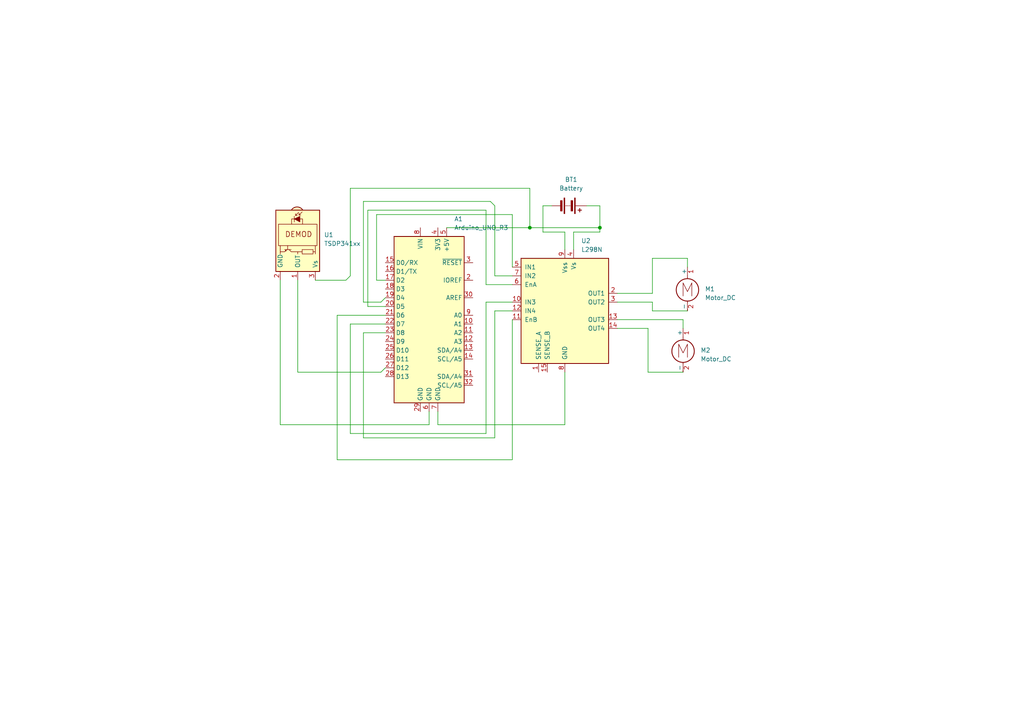
<source format=kicad_sch>
(kicad_sch
	(version 20231120)
	(generator "eeschema")
	(generator_version "8.0")
	(uuid "961c1024-bbbc-4ce5-8981-b411bb9bfe33")
	(paper "A4")
	(lib_symbols
		(symbol "Device:Battery"
			(pin_numbers hide)
			(pin_names
				(offset 0) hide)
			(exclude_from_sim no)
			(in_bom yes)
			(on_board yes)
			(property "Reference" "BT"
				(at 2.54 2.54 0)
				(effects
					(font
						(size 1.27 1.27)
					)
					(justify left)
				)
			)
			(property "Value" "Battery"
				(at 2.54 0 0)
				(effects
					(font
						(size 1.27 1.27)
					)
					(justify left)
				)
			)
			(property "Footprint" ""
				(at 0 1.524 90)
				(effects
					(font
						(size 1.27 1.27)
					)
					(hide yes)
				)
			)
			(property "Datasheet" "~"
				(at 0 1.524 90)
				(effects
					(font
						(size 1.27 1.27)
					)
					(hide yes)
				)
			)
			(property "Description" "Multiple-cell battery"
				(at 0 0 0)
				(effects
					(font
						(size 1.27 1.27)
					)
					(hide yes)
				)
			)
			(property "ki_keywords" "batt voltage-source cell"
				(at 0 0 0)
				(effects
					(font
						(size 1.27 1.27)
					)
					(hide yes)
				)
			)
			(symbol "Battery_0_1"
				(rectangle
					(start -2.286 -1.27)
					(end 2.286 -1.524)
					(stroke
						(width 0)
						(type default)
					)
					(fill
						(type outline)
					)
				)
				(rectangle
					(start -2.286 1.778)
					(end 2.286 1.524)
					(stroke
						(width 0)
						(type default)
					)
					(fill
						(type outline)
					)
				)
				(rectangle
					(start -1.524 -2.032)
					(end 1.524 -2.54)
					(stroke
						(width 0)
						(type default)
					)
					(fill
						(type outline)
					)
				)
				(rectangle
					(start -1.524 1.016)
					(end 1.524 0.508)
					(stroke
						(width 0)
						(type default)
					)
					(fill
						(type outline)
					)
				)
				(polyline
					(pts
						(xy 0 -1.016) (xy 0 -0.762)
					)
					(stroke
						(width 0)
						(type default)
					)
					(fill
						(type none)
					)
				)
				(polyline
					(pts
						(xy 0 -0.508) (xy 0 -0.254)
					)
					(stroke
						(width 0)
						(type default)
					)
					(fill
						(type none)
					)
				)
				(polyline
					(pts
						(xy 0 0) (xy 0 0.254)
					)
					(stroke
						(width 0)
						(type default)
					)
					(fill
						(type none)
					)
				)
				(polyline
					(pts
						(xy 0 1.778) (xy 0 2.54)
					)
					(stroke
						(width 0)
						(type default)
					)
					(fill
						(type none)
					)
				)
				(polyline
					(pts
						(xy 0.762 3.048) (xy 1.778 3.048)
					)
					(stroke
						(width 0.254)
						(type default)
					)
					(fill
						(type none)
					)
				)
				(polyline
					(pts
						(xy 1.27 3.556) (xy 1.27 2.54)
					)
					(stroke
						(width 0.254)
						(type default)
					)
					(fill
						(type none)
					)
				)
			)
			(symbol "Battery_1_1"
				(pin passive line
					(at 0 5.08 270)
					(length 2.54)
					(name "+"
						(effects
							(font
								(size 1.27 1.27)
							)
						)
					)
					(number "1"
						(effects
							(font
								(size 1.27 1.27)
							)
						)
					)
				)
				(pin passive line
					(at 0 -5.08 90)
					(length 2.54)
					(name "-"
						(effects
							(font
								(size 1.27 1.27)
							)
						)
					)
					(number "2"
						(effects
							(font
								(size 1.27 1.27)
							)
						)
					)
				)
			)
		)
		(symbol "Driver_Motor:L298N"
			(pin_names
				(offset 1.016)
			)
			(exclude_from_sim no)
			(in_bom yes)
			(on_board yes)
			(property "Reference" "U"
				(at -10.16 16.51 0)
				(effects
					(font
						(size 1.27 1.27)
					)
					(justify right)
				)
			)
			(property "Value" "L298N"
				(at 12.7 16.51 0)
				(effects
					(font
						(size 1.27 1.27)
					)
					(justify right)
				)
			)
			(property "Footprint" "Package_TO_SOT_THT:TO-220-15_P2.54x2.54mm_StaggerOdd_Lead4.58mm_Vertical"
				(at 1.27 -16.51 0)
				(effects
					(font
						(size 1.27 1.27)
					)
					(justify left)
					(hide yes)
				)
			)
			(property "Datasheet" "http://www.st.com/st-web-ui/static/active/en/resource/technical/document/datasheet/CD00000240.pdf"
				(at 3.81 6.35 0)
				(effects
					(font
						(size 1.27 1.27)
					)
					(hide yes)
				)
			)
			(property "Description" "Dual full bridge motor driver, up to 46V, 4A, Multiwatt15-V"
				(at 0 0 0)
				(effects
					(font
						(size 1.27 1.27)
					)
					(hide yes)
				)
			)
			(property "ki_keywords" "H-bridge motor driver"
				(at 0 0 0)
				(effects
					(font
						(size 1.27 1.27)
					)
					(hide yes)
				)
			)
			(property "ki_fp_filters" "TO?220*StaggerOdd*Vertical*"
				(at 0 0 0)
				(effects
					(font
						(size 1.27 1.27)
					)
					(hide yes)
				)
			)
			(symbol "L298N_0_1"
				(rectangle
					(start -12.7 15.24)
					(end 12.7 -15.24)
					(stroke
						(width 0.254)
						(type default)
					)
					(fill
						(type background)
					)
				)
			)
			(symbol "L298N_1_1"
				(pin power_in line
					(at -7.62 -17.78 90)
					(length 2.54)
					(name "SENSE_A"
						(effects
							(font
								(size 1.27 1.27)
							)
						)
					)
					(number "1"
						(effects
							(font
								(size 1.27 1.27)
							)
						)
					)
				)
				(pin input line
					(at -15.24 2.54 0)
					(length 2.54)
					(name "IN3"
						(effects
							(font
								(size 1.27 1.27)
							)
						)
					)
					(number "10"
						(effects
							(font
								(size 1.27 1.27)
							)
						)
					)
				)
				(pin input line
					(at -15.24 -2.54 0)
					(length 2.54)
					(name "EnB"
						(effects
							(font
								(size 1.27 1.27)
							)
						)
					)
					(number "11"
						(effects
							(font
								(size 1.27 1.27)
							)
						)
					)
				)
				(pin input line
					(at -15.24 0 0)
					(length 2.54)
					(name "IN4"
						(effects
							(font
								(size 1.27 1.27)
							)
						)
					)
					(number "12"
						(effects
							(font
								(size 1.27 1.27)
							)
						)
					)
				)
				(pin output line
					(at 15.24 -2.54 180)
					(length 2.54)
					(name "OUT3"
						(effects
							(font
								(size 1.27 1.27)
							)
						)
					)
					(number "13"
						(effects
							(font
								(size 1.27 1.27)
							)
						)
					)
				)
				(pin output line
					(at 15.24 -5.08 180)
					(length 2.54)
					(name "OUT4"
						(effects
							(font
								(size 1.27 1.27)
							)
						)
					)
					(number "14"
						(effects
							(font
								(size 1.27 1.27)
							)
						)
					)
				)
				(pin power_in line
					(at -5.08 -17.78 90)
					(length 2.54)
					(name "SENSE_B"
						(effects
							(font
								(size 1.27 1.27)
							)
						)
					)
					(number "15"
						(effects
							(font
								(size 1.27 1.27)
							)
						)
					)
				)
				(pin output line
					(at 15.24 5.08 180)
					(length 2.54)
					(name "OUT1"
						(effects
							(font
								(size 1.27 1.27)
							)
						)
					)
					(number "2"
						(effects
							(font
								(size 1.27 1.27)
							)
						)
					)
				)
				(pin output line
					(at 15.24 2.54 180)
					(length 2.54)
					(name "OUT2"
						(effects
							(font
								(size 1.27 1.27)
							)
						)
					)
					(number "3"
						(effects
							(font
								(size 1.27 1.27)
							)
						)
					)
				)
				(pin power_in line
					(at 2.54 17.78 270)
					(length 2.54)
					(name "Vs"
						(effects
							(font
								(size 1.27 1.27)
							)
						)
					)
					(number "4"
						(effects
							(font
								(size 1.27 1.27)
							)
						)
					)
				)
				(pin input line
					(at -15.24 12.7 0)
					(length 2.54)
					(name "IN1"
						(effects
							(font
								(size 1.27 1.27)
							)
						)
					)
					(number "5"
						(effects
							(font
								(size 1.27 1.27)
							)
						)
					)
				)
				(pin input line
					(at -15.24 7.62 0)
					(length 2.54)
					(name "EnA"
						(effects
							(font
								(size 1.27 1.27)
							)
						)
					)
					(number "6"
						(effects
							(font
								(size 1.27 1.27)
							)
						)
					)
				)
				(pin input line
					(at -15.24 10.16 0)
					(length 2.54)
					(name "IN2"
						(effects
							(font
								(size 1.27 1.27)
							)
						)
					)
					(number "7"
						(effects
							(font
								(size 1.27 1.27)
							)
						)
					)
				)
				(pin power_in line
					(at 0 -17.78 90)
					(length 2.54)
					(name "GND"
						(effects
							(font
								(size 1.27 1.27)
							)
						)
					)
					(number "8"
						(effects
							(font
								(size 1.27 1.27)
							)
						)
					)
				)
				(pin power_in line
					(at 0 17.78 270)
					(length 2.54)
					(name "Vss"
						(effects
							(font
								(size 1.27 1.27)
							)
						)
					)
					(number "9"
						(effects
							(font
								(size 1.27 1.27)
							)
						)
					)
				)
			)
		)
		(symbol "Interface_Optical:TSDP341xx"
			(pin_names
				(offset 1.016)
			)
			(exclude_from_sim no)
			(in_bom yes)
			(on_board yes)
			(property "Reference" "U"
				(at -10.16 7.62 0)
				(effects
					(font
						(size 1.27 1.27)
					)
					(justify left)
				)
			)
			(property "Value" "TSDP341xx"
				(at -10.16 -7.62 0)
				(effects
					(font
						(size 1.27 1.27)
					)
					(justify left)
				)
			)
			(property "Footprint" "OptoDevice:Vishay_MOLD-3Pin"
				(at -1.27 -9.525 0)
				(effects
					(font
						(size 1.27 1.27)
					)
					(hide yes)
				)
			)
			(property "Datasheet" "http://www.vishay.com/docs/82667/tsdp341.pdf"
				(at 16.51 7.62 0)
				(effects
					(font
						(size 1.27 1.27)
					)
					(hide yes)
				)
			)
			(property "Description" "IR Receiver Modules for Data Transmission"
				(at 0 0 0)
				(effects
					(font
						(size 1.27 1.27)
					)
					(hide yes)
				)
			)
			(property "ki_keywords" "opto IR receiver"
				(at 0 0 0)
				(effects
					(font
						(size 1.27 1.27)
					)
					(hide yes)
				)
			)
			(property "ki_fp_filters" "Vishay*MOLD*"
				(at 0 0 0)
				(effects
					(font
						(size 1.27 1.27)
					)
					(hide yes)
				)
			)
			(symbol "TSDP341xx_0_0"
				(arc
					(start -10.287 1.397)
					(mid -11.0899 -0.1852)
					(end -10.287 -1.778)
					(stroke
						(width 0.254)
						(type default)
					)
					(fill
						(type background)
					)
				)
				(polyline
					(pts
						(xy 1.905 -5.08) (xy 0.127 -5.08)
					)
					(stroke
						(width 0)
						(type default)
					)
					(fill
						(type none)
					)
				)
				(polyline
					(pts
						(xy 1.905 5.08) (xy 0.127 5.08)
					)
					(stroke
						(width 0)
						(type default)
					)
					(fill
						(type none)
					)
				)
				(text "DEMOD"
					(at -3.175 0.254 900)
					(effects
						(font
							(size 1.524 1.524)
						)
					)
				)
			)
			(symbol "TSDP341xx_0_1"
				(rectangle
					(start -6.096 5.588)
					(end 0.127 -5.588)
					(stroke
						(width 0)
						(type default)
					)
					(fill
						(type none)
					)
				)
				(polyline
					(pts
						(xy -8.763 0.381) (xy -9.652 1.27)
					)
					(stroke
						(width 0)
						(type default)
					)
					(fill
						(type none)
					)
				)
				(polyline
					(pts
						(xy -8.763 0.381) (xy -9.271 0.381)
					)
					(stroke
						(width 0)
						(type default)
					)
					(fill
						(type none)
					)
				)
				(polyline
					(pts
						(xy -8.763 0.381) (xy -8.763 0.889)
					)
					(stroke
						(width 0)
						(type default)
					)
					(fill
						(type none)
					)
				)
				(polyline
					(pts
						(xy -8.636 -0.635) (xy -9.525 0.254)
					)
					(stroke
						(width 0)
						(type default)
					)
					(fill
						(type none)
					)
				)
				(polyline
					(pts
						(xy -8.636 -0.635) (xy -9.144 -0.635)
					)
					(stroke
						(width 0)
						(type default)
					)
					(fill
						(type none)
					)
				)
				(polyline
					(pts
						(xy -8.636 -0.635) (xy -8.636 -0.127)
					)
					(stroke
						(width 0)
						(type default)
					)
					(fill
						(type none)
					)
				)
				(polyline
					(pts
						(xy -8.382 -1.016) (xy -6.731 -1.016)
					)
					(stroke
						(width 0)
						(type default)
					)
					(fill
						(type none)
					)
				)
				(polyline
					(pts
						(xy 1.27 -2.921) (xy 0.127 -2.921)
					)
					(stroke
						(width 0)
						(type default)
					)
					(fill
						(type none)
					)
				)
				(polyline
					(pts
						(xy 1.27 -1.905) (xy 1.27 -3.81)
					)
					(stroke
						(width 0)
						(type default)
					)
					(fill
						(type none)
					)
				)
				(polyline
					(pts
						(xy 1.397 -3.556) (xy 1.524 -3.556)
					)
					(stroke
						(width 0)
						(type default)
					)
					(fill
						(type none)
					)
				)
				(polyline
					(pts
						(xy 1.651 -3.556) (xy 1.524 -3.556)
					)
					(stroke
						(width 0)
						(type default)
					)
					(fill
						(type none)
					)
				)
				(polyline
					(pts
						(xy 1.651 -3.556) (xy 1.651 -3.302)
					)
					(stroke
						(width 0)
						(type default)
					)
					(fill
						(type none)
					)
				)
				(polyline
					(pts
						(xy 1.905 0) (xy 1.905 1.27)
					)
					(stroke
						(width 0)
						(type default)
					)
					(fill
						(type none)
					)
				)
				(polyline
					(pts
						(xy 1.905 4.445) (xy 1.905 5.08) (xy 2.54 5.08)
					)
					(stroke
						(width 0)
						(type default)
					)
					(fill
						(type none)
					)
				)
				(polyline
					(pts
						(xy -8.382 0.635) (xy -6.731 0.635) (xy -7.62 -1.016) (xy -8.382 0.635)
					)
					(stroke
						(width 0)
						(type default)
					)
					(fill
						(type outline)
					)
				)
				(polyline
					(pts
						(xy -6.096 1.397) (xy -7.62 1.397) (xy -7.62 -1.778) (xy -6.096 -1.778)
					)
					(stroke
						(width 0)
						(type default)
					)
					(fill
						(type none)
					)
				)
				(polyline
					(pts
						(xy 1.27 -3.175) (xy 1.905 -3.81) (xy 1.905 -5.08) (xy 2.54 -5.08)
					)
					(stroke
						(width 0)
						(type default)
					)
					(fill
						(type none)
					)
				)
				(polyline
					(pts
						(xy 1.27 -2.54) (xy 1.905 -1.905) (xy 1.905 0) (xy 2.54 0)
					)
					(stroke
						(width 0)
						(type default)
					)
					(fill
						(type none)
					)
				)
				(rectangle
					(start 2.54 1.27)
					(end 1.27 4.445)
					(stroke
						(width 0)
						(type default)
					)
					(fill
						(type none)
					)
				)
				(rectangle
					(start 7.62 6.35)
					(end -10.16 -6.35)
					(stroke
						(width 0.254)
						(type default)
					)
					(fill
						(type background)
					)
				)
			)
			(symbol "TSDP341xx_1_1"
				(pin output line
					(at 10.16 0 180)
					(length 2.54)
					(name "OUT"
						(effects
							(font
								(size 1.27 1.27)
							)
						)
					)
					(number "1"
						(effects
							(font
								(size 1.27 1.27)
							)
						)
					)
				)
				(pin power_in line
					(at 10.16 -5.08 180)
					(length 2.54)
					(name "GND"
						(effects
							(font
								(size 1.27 1.27)
							)
						)
					)
					(number "2"
						(effects
							(font
								(size 1.27 1.27)
							)
						)
					)
				)
				(pin power_in line
					(at 10.16 5.08 180)
					(length 2.54)
					(name "Vs"
						(effects
							(font
								(size 1.27 1.27)
							)
						)
					)
					(number "3"
						(effects
							(font
								(size 1.27 1.27)
							)
						)
					)
				)
			)
		)
		(symbol "MCU_Module:Arduino_UNO_R3"
			(exclude_from_sim no)
			(in_bom yes)
			(on_board yes)
			(property "Reference" "A"
				(at -10.16 23.495 0)
				(effects
					(font
						(size 1.27 1.27)
					)
					(justify left bottom)
				)
			)
			(property "Value" "Arduino_UNO_R3"
				(at 5.08 -26.67 0)
				(effects
					(font
						(size 1.27 1.27)
					)
					(justify left top)
				)
			)
			(property "Footprint" "Module:Arduino_UNO_R3"
				(at 0 0 0)
				(effects
					(font
						(size 1.27 1.27)
						(italic yes)
					)
					(hide yes)
				)
			)
			(property "Datasheet" "https://www.arduino.cc/en/Main/arduinoBoardUno"
				(at 0 0 0)
				(effects
					(font
						(size 1.27 1.27)
					)
					(hide yes)
				)
			)
			(property "Description" "Arduino UNO Microcontroller Module, release 3"
				(at 0 0 0)
				(effects
					(font
						(size 1.27 1.27)
					)
					(hide yes)
				)
			)
			(property "ki_keywords" "Arduino UNO R3 Microcontroller Module Atmel AVR USB"
				(at 0 0 0)
				(effects
					(font
						(size 1.27 1.27)
					)
					(hide yes)
				)
			)
			(property "ki_fp_filters" "Arduino*UNO*R3*"
				(at 0 0 0)
				(effects
					(font
						(size 1.27 1.27)
					)
					(hide yes)
				)
			)
			(symbol "Arduino_UNO_R3_0_1"
				(rectangle
					(start -10.16 22.86)
					(end 10.16 -25.4)
					(stroke
						(width 0.254)
						(type default)
					)
					(fill
						(type background)
					)
				)
			)
			(symbol "Arduino_UNO_R3_1_1"
				(pin no_connect line
					(at -10.16 -20.32 0)
					(length 2.54) hide
					(name "NC"
						(effects
							(font
								(size 1.27 1.27)
							)
						)
					)
					(number "1"
						(effects
							(font
								(size 1.27 1.27)
							)
						)
					)
				)
				(pin bidirectional line
					(at 12.7 -2.54 180)
					(length 2.54)
					(name "A1"
						(effects
							(font
								(size 1.27 1.27)
							)
						)
					)
					(number "10"
						(effects
							(font
								(size 1.27 1.27)
							)
						)
					)
				)
				(pin bidirectional line
					(at 12.7 -5.08 180)
					(length 2.54)
					(name "A2"
						(effects
							(font
								(size 1.27 1.27)
							)
						)
					)
					(number "11"
						(effects
							(font
								(size 1.27 1.27)
							)
						)
					)
				)
				(pin bidirectional line
					(at 12.7 -7.62 180)
					(length 2.54)
					(name "A3"
						(effects
							(font
								(size 1.27 1.27)
							)
						)
					)
					(number "12"
						(effects
							(font
								(size 1.27 1.27)
							)
						)
					)
				)
				(pin bidirectional line
					(at 12.7 -10.16 180)
					(length 2.54)
					(name "SDA/A4"
						(effects
							(font
								(size 1.27 1.27)
							)
						)
					)
					(number "13"
						(effects
							(font
								(size 1.27 1.27)
							)
						)
					)
				)
				(pin bidirectional line
					(at 12.7 -12.7 180)
					(length 2.54)
					(name "SCL/A5"
						(effects
							(font
								(size 1.27 1.27)
							)
						)
					)
					(number "14"
						(effects
							(font
								(size 1.27 1.27)
							)
						)
					)
				)
				(pin bidirectional line
					(at -12.7 15.24 0)
					(length 2.54)
					(name "D0/RX"
						(effects
							(font
								(size 1.27 1.27)
							)
						)
					)
					(number "15"
						(effects
							(font
								(size 1.27 1.27)
							)
						)
					)
				)
				(pin bidirectional line
					(at -12.7 12.7 0)
					(length 2.54)
					(name "D1/TX"
						(effects
							(font
								(size 1.27 1.27)
							)
						)
					)
					(number "16"
						(effects
							(font
								(size 1.27 1.27)
							)
						)
					)
				)
				(pin bidirectional line
					(at -12.7 10.16 0)
					(length 2.54)
					(name "D2"
						(effects
							(font
								(size 1.27 1.27)
							)
						)
					)
					(number "17"
						(effects
							(font
								(size 1.27 1.27)
							)
						)
					)
				)
				(pin bidirectional line
					(at -12.7 7.62 0)
					(length 2.54)
					(name "D3"
						(effects
							(font
								(size 1.27 1.27)
							)
						)
					)
					(number "18"
						(effects
							(font
								(size 1.27 1.27)
							)
						)
					)
				)
				(pin bidirectional line
					(at -12.7 5.08 0)
					(length 2.54)
					(name "D4"
						(effects
							(font
								(size 1.27 1.27)
							)
						)
					)
					(number "19"
						(effects
							(font
								(size 1.27 1.27)
							)
						)
					)
				)
				(pin output line
					(at 12.7 10.16 180)
					(length 2.54)
					(name "IOREF"
						(effects
							(font
								(size 1.27 1.27)
							)
						)
					)
					(number "2"
						(effects
							(font
								(size 1.27 1.27)
							)
						)
					)
				)
				(pin bidirectional line
					(at -12.7 2.54 0)
					(length 2.54)
					(name "D5"
						(effects
							(font
								(size 1.27 1.27)
							)
						)
					)
					(number "20"
						(effects
							(font
								(size 1.27 1.27)
							)
						)
					)
				)
				(pin bidirectional line
					(at -12.7 0 0)
					(length 2.54)
					(name "D6"
						(effects
							(font
								(size 1.27 1.27)
							)
						)
					)
					(number "21"
						(effects
							(font
								(size 1.27 1.27)
							)
						)
					)
				)
				(pin bidirectional line
					(at -12.7 -2.54 0)
					(length 2.54)
					(name "D7"
						(effects
							(font
								(size 1.27 1.27)
							)
						)
					)
					(number "22"
						(effects
							(font
								(size 1.27 1.27)
							)
						)
					)
				)
				(pin bidirectional line
					(at -12.7 -5.08 0)
					(length 2.54)
					(name "D8"
						(effects
							(font
								(size 1.27 1.27)
							)
						)
					)
					(number "23"
						(effects
							(font
								(size 1.27 1.27)
							)
						)
					)
				)
				(pin bidirectional line
					(at -12.7 -7.62 0)
					(length 2.54)
					(name "D9"
						(effects
							(font
								(size 1.27 1.27)
							)
						)
					)
					(number "24"
						(effects
							(font
								(size 1.27 1.27)
							)
						)
					)
				)
				(pin bidirectional line
					(at -12.7 -10.16 0)
					(length 2.54)
					(name "D10"
						(effects
							(font
								(size 1.27 1.27)
							)
						)
					)
					(number "25"
						(effects
							(font
								(size 1.27 1.27)
							)
						)
					)
				)
				(pin bidirectional line
					(at -12.7 -12.7 0)
					(length 2.54)
					(name "D11"
						(effects
							(font
								(size 1.27 1.27)
							)
						)
					)
					(number "26"
						(effects
							(font
								(size 1.27 1.27)
							)
						)
					)
				)
				(pin bidirectional line
					(at -12.7 -15.24 0)
					(length 2.54)
					(name "D12"
						(effects
							(font
								(size 1.27 1.27)
							)
						)
					)
					(number "27"
						(effects
							(font
								(size 1.27 1.27)
							)
						)
					)
				)
				(pin bidirectional line
					(at -12.7 -17.78 0)
					(length 2.54)
					(name "D13"
						(effects
							(font
								(size 1.27 1.27)
							)
						)
					)
					(number "28"
						(effects
							(font
								(size 1.27 1.27)
							)
						)
					)
				)
				(pin power_in line
					(at -2.54 -27.94 90)
					(length 2.54)
					(name "GND"
						(effects
							(font
								(size 1.27 1.27)
							)
						)
					)
					(number "29"
						(effects
							(font
								(size 1.27 1.27)
							)
						)
					)
				)
				(pin input line
					(at 12.7 15.24 180)
					(length 2.54)
					(name "~{RESET}"
						(effects
							(font
								(size 1.27 1.27)
							)
						)
					)
					(number "3"
						(effects
							(font
								(size 1.27 1.27)
							)
						)
					)
				)
				(pin input line
					(at 12.7 5.08 180)
					(length 2.54)
					(name "AREF"
						(effects
							(font
								(size 1.27 1.27)
							)
						)
					)
					(number "30"
						(effects
							(font
								(size 1.27 1.27)
							)
						)
					)
				)
				(pin bidirectional line
					(at 12.7 -17.78 180)
					(length 2.54)
					(name "SDA/A4"
						(effects
							(font
								(size 1.27 1.27)
							)
						)
					)
					(number "31"
						(effects
							(font
								(size 1.27 1.27)
							)
						)
					)
				)
				(pin bidirectional line
					(at 12.7 -20.32 180)
					(length 2.54)
					(name "SCL/A5"
						(effects
							(font
								(size 1.27 1.27)
							)
						)
					)
					(number "32"
						(effects
							(font
								(size 1.27 1.27)
							)
						)
					)
				)
				(pin power_out line
					(at 2.54 25.4 270)
					(length 2.54)
					(name "3V3"
						(effects
							(font
								(size 1.27 1.27)
							)
						)
					)
					(number "4"
						(effects
							(font
								(size 1.27 1.27)
							)
						)
					)
				)
				(pin power_out line
					(at 5.08 25.4 270)
					(length 2.54)
					(name "+5V"
						(effects
							(font
								(size 1.27 1.27)
							)
						)
					)
					(number "5"
						(effects
							(font
								(size 1.27 1.27)
							)
						)
					)
				)
				(pin power_in line
					(at 0 -27.94 90)
					(length 2.54)
					(name "GND"
						(effects
							(font
								(size 1.27 1.27)
							)
						)
					)
					(number "6"
						(effects
							(font
								(size 1.27 1.27)
							)
						)
					)
				)
				(pin power_in line
					(at 2.54 -27.94 90)
					(length 2.54)
					(name "GND"
						(effects
							(font
								(size 1.27 1.27)
							)
						)
					)
					(number "7"
						(effects
							(font
								(size 1.27 1.27)
							)
						)
					)
				)
				(pin power_in line
					(at -2.54 25.4 270)
					(length 2.54)
					(name "VIN"
						(effects
							(font
								(size 1.27 1.27)
							)
						)
					)
					(number "8"
						(effects
							(font
								(size 1.27 1.27)
							)
						)
					)
				)
				(pin bidirectional line
					(at 12.7 0 180)
					(length 2.54)
					(name "A0"
						(effects
							(font
								(size 1.27 1.27)
							)
						)
					)
					(number "9"
						(effects
							(font
								(size 1.27 1.27)
							)
						)
					)
				)
			)
		)
		(symbol "Motor:Motor_DC"
			(pin_names
				(offset 0)
			)
			(exclude_from_sim no)
			(in_bom yes)
			(on_board yes)
			(property "Reference" "M"
				(at 2.54 2.54 0)
				(effects
					(font
						(size 1.27 1.27)
					)
					(justify left)
				)
			)
			(property "Value" "Motor_DC"
				(at 2.54 -5.08 0)
				(effects
					(font
						(size 1.27 1.27)
					)
					(justify left top)
				)
			)
			(property "Footprint" ""
				(at 0 -2.286 0)
				(effects
					(font
						(size 1.27 1.27)
					)
					(hide yes)
				)
			)
			(property "Datasheet" "~"
				(at 0 -2.286 0)
				(effects
					(font
						(size 1.27 1.27)
					)
					(hide yes)
				)
			)
			(property "Description" "DC Motor"
				(at 0 0 0)
				(effects
					(font
						(size 1.27 1.27)
					)
					(hide yes)
				)
			)
			(property "ki_keywords" "DC Motor"
				(at 0 0 0)
				(effects
					(font
						(size 1.27 1.27)
					)
					(hide yes)
				)
			)
			(property "ki_fp_filters" "PinHeader*P2.54mm* TerminalBlock*"
				(at 0 0 0)
				(effects
					(font
						(size 1.27 1.27)
					)
					(hide yes)
				)
			)
			(symbol "Motor_DC_0_0"
				(polyline
					(pts
						(xy -1.27 -3.302) (xy -1.27 0.508) (xy 0 -2.032) (xy 1.27 0.508) (xy 1.27 -3.302)
					)
					(stroke
						(width 0)
						(type default)
					)
					(fill
						(type none)
					)
				)
			)
			(symbol "Motor_DC_0_1"
				(circle
					(center 0 -1.524)
					(radius 3.2512)
					(stroke
						(width 0.254)
						(type default)
					)
					(fill
						(type none)
					)
				)
				(polyline
					(pts
						(xy 0 -7.62) (xy 0 -7.112)
					)
					(stroke
						(width 0)
						(type default)
					)
					(fill
						(type none)
					)
				)
				(polyline
					(pts
						(xy 0 -4.7752) (xy 0 -5.1816)
					)
					(stroke
						(width 0)
						(type default)
					)
					(fill
						(type none)
					)
				)
				(polyline
					(pts
						(xy 0 1.7272) (xy 0 2.0828)
					)
					(stroke
						(width 0)
						(type default)
					)
					(fill
						(type none)
					)
				)
				(polyline
					(pts
						(xy 0 2.032) (xy 0 2.54)
					)
					(stroke
						(width 0)
						(type default)
					)
					(fill
						(type none)
					)
				)
			)
			(symbol "Motor_DC_1_1"
				(pin passive line
					(at 0 5.08 270)
					(length 2.54)
					(name "+"
						(effects
							(font
								(size 1.27 1.27)
							)
						)
					)
					(number "1"
						(effects
							(font
								(size 1.27 1.27)
							)
						)
					)
				)
				(pin passive line
					(at 0 -7.62 90)
					(length 2.54)
					(name "-"
						(effects
							(font
								(size 1.27 1.27)
							)
						)
					)
					(number "2"
						(effects
							(font
								(size 1.27 1.27)
							)
						)
					)
				)
			)
		)
	)
	(junction
		(at 173.99 66.04)
		(diameter 0)
		(color 0 0 0 0)
		(uuid "76bc93ec-e2de-4871-bc41-736497e8234a")
	)
	(junction
		(at 153.67 66.04)
		(diameter 0)
		(color 0 0 0 0)
		(uuid "987ddc24-4fdb-4b5c-90a5-16dfef662dbd")
	)
	(wire
		(pts
			(xy 189.23 90.17) (xy 199.39 90.17)
		)
		(stroke
			(width 0)
			(type default)
		)
		(uuid "00b1d771-11ae-4c73-b64b-e9b2dd7cfdb7")
	)
	(wire
		(pts
			(xy 109.22 62.23) (xy 148.59 62.23)
		)
		(stroke
			(width 0)
			(type default)
		)
		(uuid "01f04287-6e15-4da6-8701-0ca582cf5f0d")
	)
	(wire
		(pts
			(xy 91.44 81.28) (xy 100.33 81.28)
		)
		(stroke
			(width 0)
			(type default)
		)
		(uuid "03b24f27-cfa5-42ef-9aff-825a675330a1")
	)
	(wire
		(pts
			(xy 105.41 87.63) (xy 110.49 87.63)
		)
		(stroke
			(width 0)
			(type default)
		)
		(uuid "05a5fc8d-cc2e-441b-9c77-f18639c52547")
	)
	(wire
		(pts
			(xy 110.49 107.95) (xy 111.76 106.68)
		)
		(stroke
			(width 0)
			(type default)
		)
		(uuid "0757b0c0-aac1-4fec-ba6b-84a2771d1c4b")
	)
	(wire
		(pts
			(xy 157.48 59.69) (xy 160.02 59.69)
		)
		(stroke
			(width 0)
			(type default)
		)
		(uuid "0a0f3365-a147-4afd-bbfa-0c2347ea0411")
	)
	(wire
		(pts
			(xy 109.22 81.28) (xy 111.76 81.28)
		)
		(stroke
			(width 0)
			(type default)
		)
		(uuid "0c40eab0-e6e5-4ac2-ac89-907f108619a4")
	)
	(wire
		(pts
			(xy 105.41 96.52) (xy 105.41 127)
		)
		(stroke
			(width 0)
			(type default)
		)
		(uuid "0f7358dc-f503-4993-be96-98095763afa5")
	)
	(wire
		(pts
			(xy 143.51 59.69) (xy 142.24 58.42)
		)
		(stroke
			(width 0)
			(type default)
		)
		(uuid "11b9e978-1558-44ff-b688-3e86e534a2c9")
	)
	(wire
		(pts
			(xy 110.49 87.63) (xy 111.76 86.36)
		)
		(stroke
			(width 0)
			(type default)
		)
		(uuid "132fc1d0-acec-4a14-a6c7-2c5d6b01c809")
	)
	(wire
		(pts
			(xy 86.36 81.28) (xy 86.36 107.95)
		)
		(stroke
			(width 0)
			(type default)
		)
		(uuid "16bd2642-0b77-4d95-83e3-4c5030d99e25")
	)
	(wire
		(pts
			(xy 153.67 66.04) (xy 173.99 66.04)
		)
		(stroke
			(width 0)
			(type default)
		)
		(uuid "1c1073bd-9f19-4084-8479-a533c3ff2b78")
	)
	(wire
		(pts
			(xy 105.41 127) (xy 143.51 127)
		)
		(stroke
			(width 0)
			(type default)
		)
		(uuid "2423674b-1166-46fd-87e6-92a183fc036b")
	)
	(wire
		(pts
			(xy 140.97 82.55) (xy 148.59 82.55)
		)
		(stroke
			(width 0)
			(type default)
		)
		(uuid "31a0603f-4860-42ae-8082-b484caa45589")
	)
	(wire
		(pts
			(xy 187.96 107.95) (xy 198.12 107.95)
		)
		(stroke
			(width 0)
			(type default)
		)
		(uuid "39253f80-827b-4ef3-a314-1b76692ae5ef")
	)
	(wire
		(pts
			(xy 143.51 80.01) (xy 148.59 80.01)
		)
		(stroke
			(width 0)
			(type default)
		)
		(uuid "3befaeea-d585-4784-8e38-8ecb80ecb368")
	)
	(wire
		(pts
			(xy 101.6 54.61) (xy 101.6 80.01)
		)
		(stroke
			(width 0)
			(type default)
		)
		(uuid "3cd5bf7b-0322-41f8-8b5b-ee1564802812")
	)
	(wire
		(pts
			(xy 140.97 87.63) (xy 148.59 87.63)
		)
		(stroke
			(width 0)
			(type default)
		)
		(uuid "4a507591-0b3a-4d83-a1ba-a63104d8e9db")
	)
	(wire
		(pts
			(xy 163.83 107.95) (xy 163.83 123.19)
		)
		(stroke
			(width 0)
			(type default)
		)
		(uuid "4eea0c3b-463b-445b-b992-689c1ac3b1fd")
	)
	(wire
		(pts
			(xy 173.99 66.04) (xy 173.99 67.31)
		)
		(stroke
			(width 0)
			(type default)
		)
		(uuid "4f1606c2-f3bd-4b27-8dea-7672860d8598")
	)
	(wire
		(pts
			(xy 199.39 74.93) (xy 199.39 77.47)
		)
		(stroke
			(width 0)
			(type default)
		)
		(uuid "5179dd50-915a-4253-bb3d-2648ddc1aee5")
	)
	(wire
		(pts
			(xy 140.97 60.96) (xy 140.97 82.55)
		)
		(stroke
			(width 0)
			(type default)
		)
		(uuid "52b8c62c-42fd-4be5-b4cb-a389afc4fb89")
	)
	(wire
		(pts
			(xy 153.67 54.61) (xy 153.67 66.04)
		)
		(stroke
			(width 0)
			(type default)
		)
		(uuid "532005f5-1486-4e38-97e7-8bb4b7a1d3cc")
	)
	(wire
		(pts
			(xy 81.28 81.28) (xy 81.28 123.19)
		)
		(stroke
			(width 0)
			(type default)
		)
		(uuid "573f0ce7-aedc-45a4-ad9a-6db53f1f3a04")
	)
	(wire
		(pts
			(xy 179.07 92.71) (xy 198.12 92.71)
		)
		(stroke
			(width 0)
			(type default)
		)
		(uuid "5981a28a-516b-43a9-bb07-a86db7e54d6d")
	)
	(wire
		(pts
			(xy 148.59 62.23) (xy 148.59 77.47)
		)
		(stroke
			(width 0)
			(type default)
		)
		(uuid "5c1aa660-c718-4f7c-801a-6bce71e6a807")
	)
	(wire
		(pts
			(xy 166.37 67.31) (xy 173.99 67.31)
		)
		(stroke
			(width 0)
			(type default)
		)
		(uuid "5e1bc0c1-d3cf-44bd-a6ad-21ce175ed647")
	)
	(wire
		(pts
			(xy 86.36 107.95) (xy 110.49 107.95)
		)
		(stroke
			(width 0)
			(type default)
		)
		(uuid "5e5f6bf5-7d87-4ee1-b641-dccd63fb6b51")
	)
	(wire
		(pts
			(xy 106.68 88.9) (xy 111.76 88.9)
		)
		(stroke
			(width 0)
			(type default)
		)
		(uuid "61e39f06-ea13-4459-ac31-f4bbd6d8ff05")
	)
	(wire
		(pts
			(xy 129.54 66.04) (xy 153.67 66.04)
		)
		(stroke
			(width 0)
			(type default)
		)
		(uuid "6487c0b1-c335-4327-8c95-e7e3bb23c5fa")
	)
	(wire
		(pts
			(xy 143.51 90.17) (xy 143.51 127)
		)
		(stroke
			(width 0)
			(type default)
		)
		(uuid "64cab3e1-ffda-452a-80fb-f5ffad5c1082")
	)
	(wire
		(pts
			(xy 105.41 96.52) (xy 111.76 96.52)
		)
		(stroke
			(width 0)
			(type default)
		)
		(uuid "6803ff0a-acd3-4703-88f2-4a56178e844f")
	)
	(wire
		(pts
			(xy 163.83 67.31) (xy 163.83 72.39)
		)
		(stroke
			(width 0)
			(type default)
		)
		(uuid "6b18eb81-7e96-4334-a09f-ce2270ad60d5")
	)
	(wire
		(pts
			(xy 105.41 58.42) (xy 105.41 87.63)
		)
		(stroke
			(width 0)
			(type default)
		)
		(uuid "6da29c39-07a1-4fb0-92e8-2c299bbfbd29")
	)
	(wire
		(pts
			(xy 101.6 125.73) (xy 140.97 125.73)
		)
		(stroke
			(width 0)
			(type default)
		)
		(uuid "754cc747-a505-46f5-be93-955a0b62c517")
	)
	(wire
		(pts
			(xy 179.07 85.09) (xy 189.23 85.09)
		)
		(stroke
			(width 0)
			(type default)
		)
		(uuid "782d22bb-3614-4c4b-9c7a-92ddad1e5169")
	)
	(wire
		(pts
			(xy 97.79 91.44) (xy 111.76 91.44)
		)
		(stroke
			(width 0)
			(type default)
		)
		(uuid "79217816-3da6-495f-a027-865a9532e641")
	)
	(wire
		(pts
			(xy 187.96 95.25) (xy 187.96 107.95)
		)
		(stroke
			(width 0)
			(type default)
		)
		(uuid "7d011de1-938d-4a81-8fd2-96202607219d")
	)
	(wire
		(pts
			(xy 105.41 58.42) (xy 142.24 58.42)
		)
		(stroke
			(width 0)
			(type default)
		)
		(uuid "7d26e670-72c2-4f2d-ad0e-209d18687dda")
	)
	(wire
		(pts
			(xy 148.59 92.71) (xy 148.59 133.35)
		)
		(stroke
			(width 0)
			(type default)
		)
		(uuid "824b9919-8fe9-4aac-9892-11683231451c")
	)
	(wire
		(pts
			(xy 157.48 67.31) (xy 163.83 67.31)
		)
		(stroke
			(width 0)
			(type default)
		)
		(uuid "86399d89-8982-416a-a868-22dc66ddfe4b")
	)
	(wire
		(pts
			(xy 189.23 74.93) (xy 189.23 85.09)
		)
		(stroke
			(width 0)
			(type default)
		)
		(uuid "90c9cbbd-681c-4156-a6eb-3e4c0a36d1a1")
	)
	(wire
		(pts
			(xy 101.6 93.98) (xy 101.6 125.73)
		)
		(stroke
			(width 0)
			(type default)
		)
		(uuid "9342956d-9809-47ae-8ad4-d5eb8f3e57e7")
	)
	(wire
		(pts
			(xy 124.46 119.38) (xy 124.46 123.19)
		)
		(stroke
			(width 0)
			(type default)
		)
		(uuid "9f93e412-ae27-48c3-83da-93b69b069b6e")
	)
	(wire
		(pts
			(xy 127 119.38) (xy 127 123.19)
		)
		(stroke
			(width 0)
			(type default)
		)
		(uuid "9faf456b-7d05-4031-a304-8caea5b40adb")
	)
	(wire
		(pts
			(xy 157.48 59.69) (xy 157.48 67.31)
		)
		(stroke
			(width 0)
			(type default)
		)
		(uuid "a4d132ea-0277-4b87-b22e-a0105bbbf531")
	)
	(wire
		(pts
			(xy 173.99 59.69) (xy 173.99 66.04)
		)
		(stroke
			(width 0)
			(type default)
		)
		(uuid "a73cb060-8d49-4562-83eb-8403d36de436")
	)
	(wire
		(pts
			(xy 97.79 133.35) (xy 148.59 133.35)
		)
		(stroke
			(width 0)
			(type default)
		)
		(uuid "a7e88e8d-5952-4111-b2e6-451298341407")
	)
	(wire
		(pts
			(xy 101.6 54.61) (xy 153.67 54.61)
		)
		(stroke
			(width 0)
			(type default)
		)
		(uuid "b9181063-d4fa-4384-a86e-5a11dda58bae")
	)
	(wire
		(pts
			(xy 170.18 59.69) (xy 173.99 59.69)
		)
		(stroke
			(width 0)
			(type default)
		)
		(uuid "ba65aea5-7616-469f-a89b-84c6a317f5c5")
	)
	(wire
		(pts
			(xy 198.12 92.71) (xy 198.12 95.25)
		)
		(stroke
			(width 0)
			(type default)
		)
		(uuid "be9cc585-8613-47d8-819c-b532940caded")
	)
	(wire
		(pts
			(xy 166.37 67.31) (xy 166.37 72.39)
		)
		(stroke
			(width 0)
			(type default)
		)
		(uuid "c2ccb7c1-2efa-4f91-8380-2de8eec8509f")
	)
	(wire
		(pts
			(xy 189.23 87.63) (xy 189.23 90.17)
		)
		(stroke
			(width 0)
			(type default)
		)
		(uuid "c47cfbe9-e99f-4b3f-af48-0f621931d7de")
	)
	(wire
		(pts
			(xy 109.22 62.23) (xy 109.22 81.28)
		)
		(stroke
			(width 0)
			(type default)
		)
		(uuid "c9d8b42d-f824-430e-aec3-e5e67c9f2011")
	)
	(wire
		(pts
			(xy 143.51 80.01) (xy 143.51 59.69)
		)
		(stroke
			(width 0)
			(type default)
		)
		(uuid "cb6dff05-f05a-408f-b81f-62c718dd6bae")
	)
	(wire
		(pts
			(xy 106.68 60.96) (xy 106.68 88.9)
		)
		(stroke
			(width 0)
			(type default)
		)
		(uuid "d1bf2afc-ed48-4f1b-9b1d-035fcb3057e6")
	)
	(wire
		(pts
			(xy 179.07 95.25) (xy 187.96 95.25)
		)
		(stroke
			(width 0)
			(type default)
		)
		(uuid "d93694ea-2334-49dd-b9bb-bc4b3076172e")
	)
	(wire
		(pts
			(xy 127 123.19) (xy 163.83 123.19)
		)
		(stroke
			(width 0)
			(type default)
		)
		(uuid "d97ff110-56ed-436b-9246-7c756305ef5d")
	)
	(wire
		(pts
			(xy 143.51 90.17) (xy 148.59 90.17)
		)
		(stroke
			(width 0)
			(type default)
		)
		(uuid "dc50d8a5-97ed-454c-ad1f-aba3d509d8d9")
	)
	(wire
		(pts
			(xy 179.07 87.63) (xy 189.23 87.63)
		)
		(stroke
			(width 0)
			(type default)
		)
		(uuid "df9e6d5c-e79e-4c0b-9d00-712e81cb7ad0")
	)
	(wire
		(pts
			(xy 97.79 91.44) (xy 97.79 133.35)
		)
		(stroke
			(width 0)
			(type default)
		)
		(uuid "e0f46f9e-2b09-4c5f-a517-046340180879")
	)
	(wire
		(pts
			(xy 106.68 60.96) (xy 140.97 60.96)
		)
		(stroke
			(width 0)
			(type default)
		)
		(uuid "e6c3d73c-edfb-4242-968d-f96dcc48f6a6")
	)
	(wire
		(pts
			(xy 81.28 123.19) (xy 124.46 123.19)
		)
		(stroke
			(width 0)
			(type default)
		)
		(uuid "e731f0ee-22a6-432d-a07a-c0672dc21fd9")
	)
	(wire
		(pts
			(xy 101.6 93.98) (xy 111.76 93.98)
		)
		(stroke
			(width 0)
			(type default)
		)
		(uuid "f27d8ccd-45ee-48b6-8139-f2776c580741")
	)
	(wire
		(pts
			(xy 100.33 81.28) (xy 101.6 80.01)
		)
		(stroke
			(width 0)
			(type default)
		)
		(uuid "f305a4cd-72a6-4756-b267-756c8f86b1cc")
	)
	(wire
		(pts
			(xy 140.97 87.63) (xy 140.97 125.73)
		)
		(stroke
			(width 0)
			(type default)
		)
		(uuid "fa77759b-b930-440d-9c1a-8c087257398f")
	)
	(wire
		(pts
			(xy 189.23 74.93) (xy 199.39 74.93)
		)
		(stroke
			(width 0)
			(type default)
		)
		(uuid "fc6509de-3f13-4178-b317-b7d9dcfbd07a")
	)
	(symbol
		(lib_id "Motor:Motor_DC")
		(at 199.39 82.55 0)
		(unit 1)
		(exclude_from_sim no)
		(in_bom yes)
		(on_board yes)
		(dnp no)
		(fields_autoplaced yes)
		(uuid "0b86f47b-d146-4bb9-93e8-676fba388610")
		(property "Reference" "M1"
			(at 204.47 83.8199 0)
			(effects
				(font
					(size 1.27 1.27)
				)
				(justify left)
			)
		)
		(property "Value" "Motor_DC"
			(at 204.47 86.3599 0)
			(effects
				(font
					(size 1.27 1.27)
				)
				(justify left)
			)
		)
		(property "Footprint" ""
			(at 199.39 84.836 0)
			(effects
				(font
					(size 1.27 1.27)
				)
				(hide yes)
			)
		)
		(property "Datasheet" "~"
			(at 199.39 84.836 0)
			(effects
				(font
					(size 1.27 1.27)
				)
				(hide yes)
			)
		)
		(property "Description" "DC Motor"
			(at 199.39 82.55 0)
			(effects
				(font
					(size 1.27 1.27)
				)
				(hide yes)
			)
		)
		(pin "2"
			(uuid "f85c93ec-19da-4a39-943c-91c144387a19")
		)
		(pin "1"
			(uuid "f64ca8a6-5188-4b9e-87e9-986cb1875591")
		)
		(instances
			(project ""
				(path "/961c1024-bbbc-4ce5-8981-b411bb9bfe33"
					(reference "M1")
					(unit 1)
				)
			)
		)
	)
	(symbol
		(lib_id "Driver_Motor:L298N")
		(at 163.83 90.17 0)
		(unit 1)
		(exclude_from_sim no)
		(in_bom yes)
		(on_board yes)
		(dnp no)
		(fields_autoplaced yes)
		(uuid "0ff83d25-5834-448d-a684-ba114ae8873b")
		(property "Reference" "U2"
			(at 168.5641 69.85 0)
			(effects
				(font
					(size 1.27 1.27)
				)
				(justify left)
			)
		)
		(property "Value" "L298N"
			(at 168.5641 72.39 0)
			(effects
				(font
					(size 1.27 1.27)
				)
				(justify left)
			)
		)
		(property "Footprint" "Package_TO_SOT_THT:TO-220-15_P2.54x2.54mm_StaggerOdd_Lead4.58mm_Vertical"
			(at 165.1 106.68 0)
			(effects
				(font
					(size 1.27 1.27)
				)
				(justify left)
				(hide yes)
			)
		)
		(property "Datasheet" "http://www.st.com/st-web-ui/static/active/en/resource/technical/document/datasheet/CD00000240.pdf"
			(at 167.64 83.82 0)
			(effects
				(font
					(size 1.27 1.27)
				)
				(hide yes)
			)
		)
		(property "Description" "Dual full bridge motor driver, up to 46V, 4A, Multiwatt15-V"
			(at 163.83 90.17 0)
			(effects
				(font
					(size 1.27 1.27)
				)
				(hide yes)
			)
		)
		(pin "13"
			(uuid "13760db4-951d-4310-8741-896c199708b0")
		)
		(pin "11"
			(uuid "9af2e2c2-271f-47bb-83b7-a3cfa4bd7747")
		)
		(pin "12"
			(uuid "1f2200a3-2246-471d-b946-3199c77a2d7b")
		)
		(pin "4"
			(uuid "1b41da80-2301-4f9c-9b19-6b3a66eafd93")
		)
		(pin "6"
			(uuid "473c4e88-54d6-41ba-ab6f-ed6fa02017ac")
		)
		(pin "7"
			(uuid "c95e9255-943d-451a-9bfe-d7bb81cccc69")
		)
		(pin "9"
			(uuid "3d24d89d-78b9-47ff-89f3-960795e6b40d")
		)
		(pin "3"
			(uuid "ec7b4643-31fd-4b08-b3ab-a5660d20fbb4")
		)
		(pin "2"
			(uuid "0500a6c0-960a-4fdc-b12b-52582dac3e0a")
		)
		(pin "8"
			(uuid "b5434af5-1bba-4597-bdc3-cfe427752f9f")
		)
		(pin "1"
			(uuid "eddb6be5-66b5-4593-88c0-2a80b3aa23fa")
		)
		(pin "15"
			(uuid "ada79a3b-2590-488c-81ef-3d45b4328379")
		)
		(pin "14"
			(uuid "0b4bcb72-9c61-4e21-93cd-504240a3acf7")
		)
		(pin "5"
			(uuid "5fa5463a-7071-46e6-b5fb-f0d71a996a85")
		)
		(pin "10"
			(uuid "40e585f0-3b72-484a-b5c9-6515f51ea775")
		)
		(instances
			(project ""
				(path "/961c1024-bbbc-4ce5-8981-b411bb9bfe33"
					(reference "U2")
					(unit 1)
				)
			)
		)
	)
	(symbol
		(lib_id "Interface_Optical:TSDP341xx")
		(at 86.36 71.12 270)
		(unit 1)
		(exclude_from_sim no)
		(in_bom yes)
		(on_board yes)
		(dnp no)
		(fields_autoplaced yes)
		(uuid "1d5d7d1c-1cb7-4c5e-b4e9-57778f1d6620")
		(property "Reference" "U1"
			(at 93.98 68.1149 90)
			(effects
				(font
					(size 1.27 1.27)
				)
				(justify left)
			)
		)
		(property "Value" "TSDP341xx"
			(at 93.98 70.6549 90)
			(effects
				(font
					(size 1.27 1.27)
				)
				(justify left)
			)
		)
		(property "Footprint" "OptoDevice:Vishay_MOLD-3Pin"
			(at 76.835 69.85 0)
			(effects
				(font
					(size 1.27 1.27)
				)
				(hide yes)
			)
		)
		(property "Datasheet" "http://www.vishay.com/docs/82667/tsdp341.pdf"
			(at 93.98 87.63 0)
			(effects
				(font
					(size 1.27 1.27)
				)
				(hide yes)
			)
		)
		(property "Description" "IR Receiver Modules for Data Transmission"
			(at 86.36 71.12 0)
			(effects
				(font
					(size 1.27 1.27)
				)
				(hide yes)
			)
		)
		(pin "1"
			(uuid "fcc0f74c-7cbf-499f-aa5c-09d05bfaedd0")
		)
		(pin "3"
			(uuid "ea99d67d-9255-46a3-86aa-39a5018635df")
		)
		(pin "2"
			(uuid "1c5962b4-8421-4743-910a-8922b34991cd")
		)
		(instances
			(project ""
				(path "/961c1024-bbbc-4ce5-8981-b411bb9bfe33"
					(reference "U1")
					(unit 1)
				)
			)
		)
	)
	(symbol
		(lib_id "Motor:Motor_DC")
		(at 198.12 100.33 0)
		(unit 1)
		(exclude_from_sim no)
		(in_bom yes)
		(on_board yes)
		(dnp no)
		(fields_autoplaced yes)
		(uuid "2ce1de7a-886e-4f41-9f2c-4f6d9c4316c3")
		(property "Reference" "M2"
			(at 203.2 101.5999 0)
			(effects
				(font
					(size 1.27 1.27)
				)
				(justify left)
			)
		)
		(property "Value" "Motor_DC"
			(at 203.2 104.1399 0)
			(effects
				(font
					(size 1.27 1.27)
				)
				(justify left)
			)
		)
		(property "Footprint" ""
			(at 198.12 102.616 0)
			(effects
				(font
					(size 1.27 1.27)
				)
				(hide yes)
			)
		)
		(property "Datasheet" "~"
			(at 198.12 102.616 0)
			(effects
				(font
					(size 1.27 1.27)
				)
				(hide yes)
			)
		)
		(property "Description" "DC Motor"
			(at 198.12 100.33 0)
			(effects
				(font
					(size 1.27 1.27)
				)
				(hide yes)
			)
		)
		(pin "1"
			(uuid "50354381-4361-44c5-b47e-f610848be721")
		)
		(pin "2"
			(uuid "68886ec1-f68c-4475-bd65-7fa5fd500157")
		)
		(instances
			(project ""
				(path "/961c1024-bbbc-4ce5-8981-b411bb9bfe33"
					(reference "M2")
					(unit 1)
				)
			)
		)
	)
	(symbol
		(lib_id "MCU_Module:Arduino_UNO_R3")
		(at 124.46 91.44 0)
		(unit 1)
		(exclude_from_sim no)
		(in_bom yes)
		(on_board yes)
		(dnp no)
		(fields_autoplaced yes)
		(uuid "a6443ec7-3396-4a43-8b98-1724708b4030")
		(property "Reference" "A1"
			(at 131.7341 63.5 0)
			(effects
				(font
					(size 1.27 1.27)
				)
				(justify left)
			)
		)
		(property "Value" "Arduino_UNO_R3"
			(at 131.7341 66.04 0)
			(effects
				(font
					(size 1.27 1.27)
				)
				(justify left)
			)
		)
		(property "Footprint" "Module:Arduino_UNO_R3"
			(at 124.46 91.44 0)
			(effects
				(font
					(size 1.27 1.27)
					(italic yes)
				)
				(hide yes)
			)
		)
		(property "Datasheet" "https://www.arduino.cc/en/Main/arduinoBoardUno"
			(at 124.46 91.44 0)
			(effects
				(font
					(size 1.27 1.27)
				)
				(hide yes)
			)
		)
		(property "Description" "Arduino UNO Microcontroller Module, release 3"
			(at 124.46 91.44 0)
			(effects
				(font
					(size 1.27 1.27)
				)
				(hide yes)
			)
		)
		(pin "1"
			(uuid "36c558ac-a3a1-41f8-b62c-c5bf76ff6d23")
		)
		(pin "7"
			(uuid "08ebbf81-8e3d-4e38-8373-c2303c8d98fe")
		)
		(pin "28"
			(uuid "fab3f022-5cc5-4dff-8d71-bc3458e529c6")
		)
		(pin "29"
			(uuid "96cc45d5-7775-4147-8263-27cbf0130762")
		)
		(pin "31"
			(uuid "e93aaf70-a904-468c-92ed-89b9e04554e1")
		)
		(pin "12"
			(uuid "c5d01e6d-8aa9-4a1e-a22e-ba513361bb22")
		)
		(pin "20"
			(uuid "5e2b66c0-998e-487d-a8dd-a75357f580e6")
		)
		(pin "3"
			(uuid "631e195d-1d85-40e8-8b3c-95a63d59aabd")
		)
		(pin "24"
			(uuid "8e929e1a-d50b-48fb-bd60-873dc9b31edc")
		)
		(pin "27"
			(uuid "375b1fab-6750-4738-b694-c379643b1d6c")
		)
		(pin "30"
			(uuid "0d589438-3531-4435-85bb-42a95a5e92a6")
		)
		(pin "32"
			(uuid "1c43cc07-8129-49b0-9b71-6089812701e7")
		)
		(pin "15"
			(uuid "8933880b-b20c-44c5-b899-37c936810966")
		)
		(pin "19"
			(uuid "d7703be7-f9ab-48f3-a1d0-d651d62ce182")
		)
		(pin "17"
			(uuid "76559c57-6287-4775-bd3d-0d8a15d66e89")
		)
		(pin "2"
			(uuid "5bf4b6ea-7530-4837-9c76-9ee840da8c32")
		)
		(pin "14"
			(uuid "94f283b2-2a40-44e7-af6a-3efd109c32a2")
		)
		(pin "5"
			(uuid "b8073d31-de5f-454d-b5c5-2842ad95af4f")
		)
		(pin "8"
			(uuid "f134343a-567d-4c47-8b71-f216b947c6e9")
		)
		(pin "10"
			(uuid "392cc5c1-9c24-4f8b-bb80-fbaf1d39c1f8")
		)
		(pin "18"
			(uuid "c31267a3-34a9-44f0-8363-bc71a1200b90")
		)
		(pin "16"
			(uuid "2136666a-5f95-47e0-bbd9-c6ad48dbd76e")
		)
		(pin "23"
			(uuid "c754a7aa-8213-48b9-9275-6561f7220fc3")
		)
		(pin "13"
			(uuid "1d6b07f9-2c97-4714-9385-73ba51b4c372")
		)
		(pin "9"
			(uuid "92892e0a-b0ea-41e5-9571-5e1e1fd129d5")
		)
		(pin "4"
			(uuid "00241265-ebd6-42ec-82ba-15768fe7e29c")
		)
		(pin "21"
			(uuid "92584511-3e24-4fef-ba81-1ffdca4fd1e9")
		)
		(pin "11"
			(uuid "8cf13a12-b925-4080-b6e5-d3c374e59251")
		)
		(pin "26"
			(uuid "ebd02fe4-f3bb-4a54-839e-783657fe6034")
		)
		(pin "25"
			(uuid "d509cced-baae-4392-9bba-1fa0a2017b60")
		)
		(pin "22"
			(uuid "50b9c23f-5932-45a2-9208-fb307f55d17a")
		)
		(pin "6"
			(uuid "a45ea46a-3430-4465-8e5a-892321abc73d")
		)
		(instances
			(project ""
				(path "/961c1024-bbbc-4ce5-8981-b411bb9bfe33"
					(reference "A1")
					(unit 1)
				)
			)
		)
	)
	(symbol
		(lib_id "Device:Battery")
		(at 165.1 59.69 270)
		(unit 1)
		(exclude_from_sim no)
		(in_bom yes)
		(on_board yes)
		(dnp no)
		(fields_autoplaced yes)
		(uuid "d7a248f0-0a5e-4080-b14f-e90a4cbc2eca")
		(property "Reference" "BT1"
			(at 165.6715 52.07 90)
			(effects
				(font
					(size 1.27 1.27)
				)
			)
		)
		(property "Value" "Battery"
			(at 165.6715 54.61 90)
			(effects
				(font
					(size 1.27 1.27)
				)
			)
		)
		(property "Footprint" ""
			(at 166.624 59.69 90)
			(effects
				(font
					(size 1.27 1.27)
				)
				(hide yes)
			)
		)
		(property "Datasheet" "~"
			(at 166.624 59.69 90)
			(effects
				(font
					(size 1.27 1.27)
				)
				(hide yes)
			)
		)
		(property "Description" "Multiple-cell battery"
			(at 165.1 59.69 0)
			(effects
				(font
					(size 1.27 1.27)
				)
				(hide yes)
			)
		)
		(pin "1"
			(uuid "14238107-8b8f-4a20-ac35-1fca24b88212")
		)
		(pin "2"
			(uuid "875c2629-660c-47b6-a53a-6f2eb9caa8f0")
		)
		(instances
			(project ""
				(path "/961c1024-bbbc-4ce5-8981-b411bb9bfe33"
					(reference "BT1")
					(unit 1)
				)
			)
		)
	)
	(sheet_instances
		(path "/"
			(page "1")
		)
	)
)

</source>
